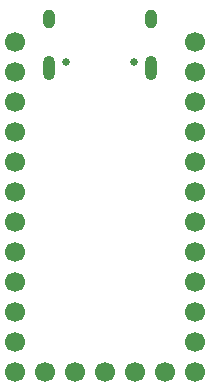
<source format=gbr>
G04 #@! TF.GenerationSoftware,KiCad,Pcbnew,5.1.5+dfsg1-2build2*
G04 #@! TF.CreationDate,2020-11-29T01:09:51-05:00*
G04 #@! TF.ProjectId,goldfish,676f6c64-6669-4736-982e-6b696361645f,rev?*
G04 #@! TF.SameCoordinates,Original*
G04 #@! TF.FileFunction,Soldermask,Bot*
G04 #@! TF.FilePolarity,Negative*
%FSLAX46Y46*%
G04 Gerber Fmt 4.6, Leading zero omitted, Abs format (unit mm)*
G04 Created by KiCad (PCBNEW 5.1.5+dfsg1-2build2) date 2020-11-29 01:09:51*
%MOMM*%
%LPD*%
G04 APERTURE LIST*
%ADD10C,1.700000*%
%ADD11C,0.650000*%
%ADD12O,1.000000X2.100000*%
%ADD13O,1.000000X1.600000*%
G04 APERTURE END LIST*
D10*
X37620000Y-55240000D03*
X37620000Y-52700000D03*
X37620000Y-50160000D03*
X37620000Y-47620000D03*
X37620000Y-45080000D03*
X37620000Y-42540000D03*
X37620000Y-40000000D03*
X37620000Y-37460000D03*
X37620000Y-34920000D03*
X37620000Y-32380000D03*
X37620000Y-29840000D03*
X37620000Y-27300000D03*
D11*
X26710000Y-29010000D03*
X32490000Y-29010000D03*
D12*
X33920000Y-29540000D03*
X25280000Y-29540000D03*
D13*
X33920000Y-25360000D03*
X25280000Y-25360000D03*
D10*
X22380000Y-27300000D03*
X22380000Y-29840000D03*
X22380000Y-32380000D03*
X22380000Y-34920000D03*
X22380000Y-37460000D03*
X22380000Y-40000000D03*
X22380000Y-42540000D03*
X22380000Y-45080000D03*
X22380000Y-47620000D03*
X22380000Y-50160000D03*
X22380000Y-52700000D03*
X22380000Y-55240000D03*
X24920000Y-55250000D03*
X27460000Y-55250000D03*
X30000000Y-55250000D03*
X32540000Y-55250000D03*
X35080000Y-55250000D03*
M02*

</source>
